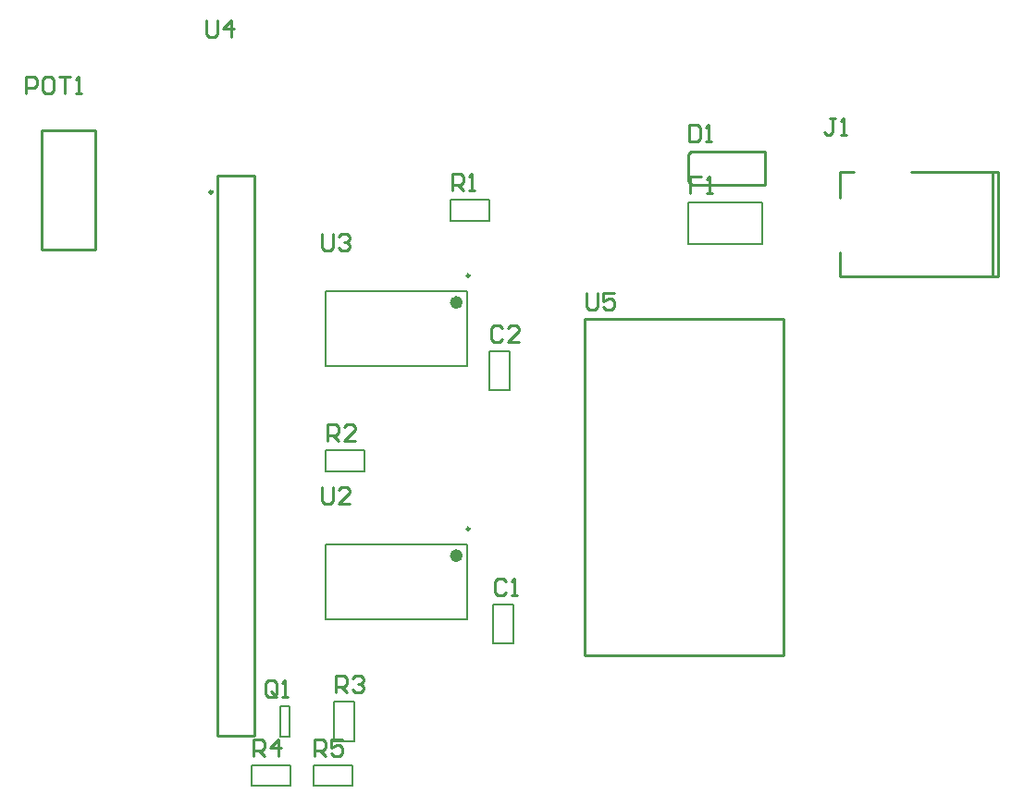
<source format=gto>
G04*
G04 #@! TF.GenerationSoftware,Altium Limited,Altium Designer,24.2.2 (26)*
G04*
G04 Layer_Color=65535*
%FSLAX25Y25*%
%MOIN*%
G70*
G04*
G04 #@! TF.SameCoordinates,39AFF50E-F897-457A-A01D-6F320B20273F*
G04*
G04*
G04 #@! TF.FilePolarity,Positive*
G04*
G01*
G75*
%ADD10C,0.01181*%
%ADD11C,0.02362*%
%ADD12C,0.00984*%
%ADD13C,0.00787*%
%ADD14C,0.01000*%
D10*
X72639Y258695D02*
G03*
X72639Y258695I-394J0D01*
G01*
D11*
X161835Y218849D02*
G03*
X161835Y218849I-1181J0D01*
G01*
Y127549D02*
G03*
X161835Y127549I-1181J0D01*
G01*
D12*
X165437Y228495D02*
G03*
X165437Y228495I-492J0D01*
G01*
Y137195D02*
G03*
X165437Y137195I-492J0D01*
G01*
D13*
X100987Y44560D02*
Y52040D01*
X86813D02*
X100987D01*
X86813Y44560D02*
X100987D01*
X86813D02*
Y52040D01*
X172560Y187113D02*
Y201287D01*
X180040D01*
X172560Y187113D02*
X180040D01*
Y201287D01*
X158450Y248260D02*
X172624D01*
X158450D02*
Y255740D01*
X172624Y248260D02*
Y255740D01*
X158450D02*
X172624D01*
X244348Y254880D02*
X270923D01*
X244348Y239920D02*
Y254880D01*
Y239920D02*
X270923D01*
Y254880D01*
X113409Y196014D02*
Y222786D01*
X164591Y196014D02*
Y222786D01*
X113409Y196014D02*
X164591D01*
X113409Y222786D02*
X164591D01*
X113409Y104714D02*
Y131486D01*
X164591Y104714D02*
Y131486D01*
X113409Y104714D02*
X164591D01*
X113409Y131486D02*
X164591D01*
X181240Y95750D02*
Y109924D01*
X173760Y95750D02*
X181240D01*
X173760Y109924D02*
X181240D01*
X173760Y95750D02*
Y109924D01*
X113513Y157960D02*
Y165440D01*
Y157960D02*
X127687D01*
X113513Y165440D02*
X127687D01*
Y157960D02*
Y165440D01*
X100450Y62228D02*
Y73252D01*
X97301Y62228D02*
Y73252D01*
Y62228D02*
X100450D01*
X97301Y73252D02*
X100450D01*
X123224Y44559D02*
Y52039D01*
X109050D02*
X123224D01*
X109050Y44559D02*
X123224D01*
X109050D02*
Y52039D01*
X116560Y74887D02*
X124040D01*
X116560Y60713D02*
Y74887D01*
X124040Y60713D02*
Y74887D01*
X116560Y60713D02*
X124040D01*
D14*
X11112Y237761D02*
Y281068D01*
X30403Y237761D02*
Y281068D01*
X11112D02*
X30403D01*
X11112Y237761D02*
X30403D01*
X87875Y62632D02*
Y264483D01*
X74607D02*
X87875D01*
X74607Y62632D02*
X87875D01*
X74607D02*
Y264483D01*
X298747Y228196D02*
Y236956D01*
Y256444D02*
Y265991D01*
X324535D02*
X355834D01*
X298747D02*
X303964D01*
X355834Y228196D02*
Y265991D01*
X298747Y228196D02*
X355834D01*
X353913D02*
Y265991D01*
X244177Y262579D02*
Y272225D01*
Y262579D02*
X245457Y261299D01*
X271933D01*
X244177Y272225D02*
X245260Y273307D01*
X271933D01*
Y261299D02*
Y273307D01*
X206991Y212909D02*
X278448D01*
Y91550D02*
Y212909D01*
X206991Y91550D02*
X278448D01*
X206991D02*
Y212909D01*
X87400Y55400D02*
Y61398D01*
X90399D01*
X91399Y60398D01*
Y58399D01*
X90399Y57399D01*
X87400D01*
X89399D02*
X91399Y55400D01*
X96397D02*
Y61398D01*
X93398Y58399D01*
X97397D01*
X70500Y320698D02*
Y315700D01*
X71500Y314700D01*
X73499D01*
X74499Y315700D01*
Y320698D01*
X79497Y314700D02*
Y320698D01*
X76498Y317699D01*
X80497D01*
X5500Y294400D02*
Y300398D01*
X8499D01*
X9499Y299398D01*
Y297399D01*
X8499Y296399D01*
X5500D01*
X14497Y300398D02*
X12498D01*
X11498Y299398D01*
Y295400D01*
X12498Y294400D01*
X14497D01*
X15497Y295400D01*
Y299398D01*
X14497Y300398D01*
X17496D02*
X21495D01*
X19496D01*
Y294400D01*
X23494D02*
X25493D01*
X24494D01*
Y300398D01*
X23494Y299398D01*
X207500Y222398D02*
Y217400D01*
X208500Y216400D01*
X210499D01*
X211499Y217400D01*
Y222398D01*
X217497D02*
X213498D01*
Y219399D01*
X215497Y220399D01*
X216497D01*
X217497Y219399D01*
Y217400D01*
X216497Y216400D01*
X214498D01*
X213498Y217400D01*
X112300Y243598D02*
Y238600D01*
X113300Y237600D01*
X115299D01*
X116299Y238600D01*
Y243598D01*
X118298Y242598D02*
X119298Y243598D01*
X121297D01*
X122297Y242598D01*
Y241599D01*
X121297Y240599D01*
X120297D01*
X121297D01*
X122297Y239599D01*
Y238600D01*
X121297Y237600D01*
X119298D01*
X118298Y238600D01*
X112300Y152298D02*
Y147300D01*
X113300Y146300D01*
X115299D01*
X116299Y147300D01*
Y152298D01*
X122297Y146300D02*
X118298D01*
X122297Y150299D01*
Y151298D01*
X121297Y152298D01*
X119298D01*
X118298Y151298D01*
X109700Y55400D02*
Y61398D01*
X112699D01*
X113699Y60398D01*
Y58399D01*
X112699Y57399D01*
X109700D01*
X111699D02*
X113699Y55400D01*
X119697Y61398D02*
X115698D01*
Y58399D01*
X117697Y59399D01*
X118697D01*
X119697Y58399D01*
Y56400D01*
X118697Y55400D01*
X116698D01*
X115698Y56400D01*
X117200Y78300D02*
Y84298D01*
X120199D01*
X121199Y83298D01*
Y81299D01*
X120199Y80299D01*
X117200D01*
X119199D02*
X121199Y78300D01*
X123198Y83298D02*
X124198Y84298D01*
X126197D01*
X127197Y83298D01*
Y82299D01*
X126197Y81299D01*
X125197D01*
X126197D01*
X127197Y80299D01*
Y79300D01*
X126197Y78300D01*
X124198D01*
X123198Y79300D01*
X114100Y168800D02*
Y174798D01*
X117099D01*
X118099Y173798D01*
Y171799D01*
X117099Y170799D01*
X114100D01*
X116099D02*
X118099Y168800D01*
X124097D02*
X120098D01*
X124097Y172799D01*
Y173798D01*
X123097Y174798D01*
X121098D01*
X120098Y173798D01*
X159100Y259100D02*
Y265098D01*
X162099D01*
X163099Y264098D01*
Y262099D01*
X162099Y261099D01*
X159100D01*
X161099D02*
X163099Y259100D01*
X165098D02*
X167097D01*
X166098D01*
Y265098D01*
X165098Y264098D01*
X95899Y77600D02*
Y81598D01*
X94899Y82598D01*
X92900D01*
X91900Y81598D01*
Y77600D01*
X92900Y76600D01*
X94899D01*
X93899Y78599D02*
X95899Y76600D01*
X94899D02*
X95899Y77600D01*
X97898Y76600D02*
X99897D01*
X98898D01*
Y82598D01*
X97898Y81598D01*
X297299Y285098D02*
X295299D01*
X296299D01*
Y280100D01*
X295299Y279100D01*
X294300D01*
X293300Y280100D01*
X299298Y279100D02*
X301297D01*
X300298D01*
Y285098D01*
X299298Y284098D01*
X248999Y264298D02*
X245000D01*
Y261299D01*
X246999D01*
X245000D01*
Y258300D01*
X250998D02*
X252997D01*
X251998D01*
Y264298D01*
X250998Y263298D01*
X244700Y282798D02*
Y276800D01*
X247699D01*
X248699Y277800D01*
Y281798D01*
X247699Y282798D01*
X244700D01*
X250698Y276800D02*
X252697D01*
X251698D01*
Y282798D01*
X250698Y281798D01*
X177199Y209698D02*
X176199Y210698D01*
X174200D01*
X173200Y209698D01*
Y205700D01*
X174200Y204700D01*
X176199D01*
X177199Y205700D01*
X183197Y204700D02*
X179198D01*
X183197Y208699D01*
Y209698D01*
X182197Y210698D01*
X180198D01*
X179198Y209698D01*
X178399Y118298D02*
X177399Y119298D01*
X175400D01*
X174400Y118298D01*
Y114300D01*
X175400Y113300D01*
X177399D01*
X178399Y114300D01*
X180398Y113300D02*
X182397D01*
X181398D01*
Y119298D01*
X180398Y118298D01*
M02*

</source>
